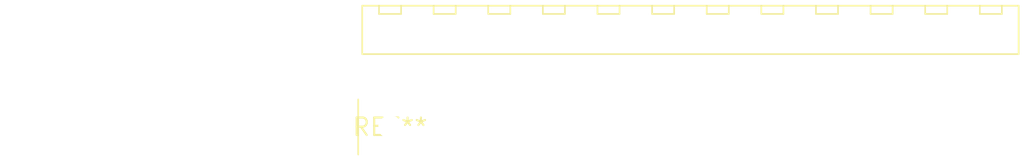
<source format=kicad_pcb>
(kicad_pcb (version 20240108) (generator pcbnew)
  (layers (0 "F.Cu" signal) (31 "B.Cu" signal) (34 "B.Paste" user) (35 "F.Paste" user) (36 "B.SilkS" user "B.Silkscreen") (37 "F.SilkS" user "F.Silkscreen") (38 "B.Mask" user) (39 "F.Mask" user) (44 "Edge.Cuts" user))
  (net 0 "")
  (footprint "Molex_KK-396_A-41792-0012_1x12_P3.96mm_Horizontal" (layer "F.Cu") (at 0 0)
    (property "Reference" "REF**")
    (property "Value" "Molex_KK-396_A-41792-0012_1x12_P3.96mm_Horizontal")
    (fp_line (start -2.305 -2) (end -2.305 2) (layer "F.SilkS") (stroke (width 0.12)))
    (fp_line (start -2.015 -8.82) (end 45.575 -8.82) (layer "F.SilkS") (stroke (width 0.12)))
    (fp_line (start -2.015 -5.3) (end -2.015 -8.82) (layer "F.SilkS") (stroke (width 0.12)))
    (fp_line (start -0.8 -8.82) (end -0.8 -8.22) (layer "F.SilkS") (stroke (width 0.12)))
    (fp_line (start -0.8 -8.22) (end 0.8 -8.22) (layer "F.SilkS") (stroke (width 0.12)))
    (fp_line (start 0.8 -8.22) (end 0.8 -8.82) (layer "F.SilkS") (stroke (width 0.12)))
    (fp_line (start 3.16 -8.82) (end 3.16 -8.22) (layer "F.SilkS") (stroke (width 0.12)))
    (fp_line (start 3.16 -8.22) (end 4.76 -8.22) (layer "F.SilkS") (stroke (width 0.12)))
    (fp_line (start 4.76 -8.22) (end 4.76 -8.82) (layer "F.SilkS") (stroke (width 0.12)))
    (fp_line (start 7.12 -8.82) (end 7.12 -8.22) (layer "F.SilkS") (stroke (width 0.12)))
    (fp_line (start 7.12 -8.22) (end 8.72 -8.22) (layer "F.SilkS") (stroke (width 0.12)))
    (fp_line (start 8.72 -8.22) (end 8.72 -8.82) (layer "F.SilkS") (stroke (width 0.12)))
    (fp_line (start 11.08 -8.82) (end 11.08 -8.22) (layer "F.SilkS") (stroke (width 0.12)))
    (fp_line (start 11.08 -8.22) (end 12.68 -8.22) (layer "F.SilkS") (stroke (width 0.12)))
    (fp_line (start 12.68 -8.22) (end 12.68 -8.82) (layer "F.SilkS") (stroke (width 0.12)))
    (fp_line (start 15.04 -8.82) (end 15.04 -8.22) (layer "F.SilkS") (stroke (width 0.12)))
    (fp_line (start 15.04 -8.22) (end 16.64 -8.22) (layer "F.SilkS") (stroke (width 0.12)))
    (fp_line (start 16.64 -8.22) (end 16.64 -8.82) (layer "F.SilkS") (stroke (width 0.12)))
    (fp_line (start 19 -8.82) (end 19 -8.22) (layer "F.SilkS") (stroke (width 0.12)))
    (fp_line (start 19 -8.22) (end 20.6 -8.22) (layer "F.SilkS") (stroke (width 0.12)))
    (fp_line (start 20.6 -8.22) (end 20.6 -8.82) (layer "F.SilkS") (stroke (width 0.12)))
    (fp_line (start 22.96 -8.82) (end 22.96 -8.22) (layer "F.SilkS") (stroke (width 0.12)))
    (fp_line (start 22.96 -8.22) (end 24.56 -8.22) (layer "F.SilkS") (stroke (width 0.12)))
    (fp_line (start 24.56 -8.22) (end 24.56 -8.82) (layer "F.SilkS") (stroke (width 0.12)))
    (fp_line (start 26.92 -8.82) (end 26.92 -8.22) (layer "F.SilkS") (stroke (width 0.12)))
    (fp_line (start 26.92 -8.22) (end 28.52 -8.22) (layer "F.SilkS") (stroke (width 0.12)))
    (fp_line (start 28.52 -8.22) (end 28.52 -8.82) (layer "F.SilkS") (stroke (width 0.12)))
    (fp_line (start 30.88 -8.82) (end 30.88 -8.22) (layer "F.SilkS") (stroke (width 0.12)))
    (fp_line (start 30.88 -8.22) (end 32.48 -8.22) (layer "F.SilkS") (stroke (width 0.12)))
    (fp_line (start 32.48 -8.22) (end 32.48 -8.82) (layer "F.SilkS") (stroke (width 0.12)))
    (fp_line (start 34.84 -8.82) (end 34.84 -8.22) (layer "F.SilkS") (stroke (width 0.12)))
    (fp_line (start 34.84 -8.22) (end 36.44 -8.22) (layer "F.SilkS") (stroke (width 0.12)))
    (fp_line (start 36.44 -8.22) (end 36.44 -8.82) (layer "F.SilkS") (stroke (width 0.12)))
    (fp_line (start 38.8 -8.82) (end 38.8 -8.22) (layer "F.SilkS") (stroke (width 0.12)))
    (fp_line (start 38.8 -8.22) (end 40.4 -8.22) (layer "F.SilkS") (stroke (width 0.12)))
    (fp_line (start 40.4 -8.22) (end 40.4 -8.82) (layer "F.SilkS") (stroke (width 0.12)))
    (fp_line (start 42.76 -8.82) (end 42.76 -8.22) (layer "F.SilkS") (stroke (width 0.12)))
    (fp_line (start 42.76 -8.22) (end 44.36 -8.22) (layer "F.SilkS") (stroke (width 0.12)))
    (fp_line (start 44.36 -8.22) (end 44.36 -8.82) (layer "F.SilkS") (stroke (width 0.12)))
    (fp_line (start 45.575 -8.82) (end 45.575 -5.3) (layer "F.SilkS") (stroke (width 0.12)))
    (fp_line (start 45.575 -5.3) (end -2.015 -5.3) (layer "F.SilkS") (stroke (width 0.12)))
    (pad "1" thru_hole roundrect (at 0 0) (size 3.16 4.1) (drill 1.7) (layers *.Cu *.Mask) (remove_unused_layers) (roundrect_rratio 0.079114))
    (pad "2" thru_hole oval (at 3.96 0) (size 3.16 4.1) (drill 1.7) (layers *.Cu *.Mask) (remove_unused_layers))
    (pad "3" thru_hole oval (at 7.92 0) (size 3.16 4.1) (drill 1.7) (layers *.Cu *.Mask) (remove_unused_layers))
    (pad "4" thru_hole oval (at 11.88 0) (size 3.16 4.1) (drill 1.7) (layers *.Cu *.Mask) (remove_unused_layers))
    (pad "5" thru_hole oval (at 15.84 0) (size 3.16 4.1) (drill 1.7) (layers *.Cu *.Mask) (remove_unused_layers))
    (pad "6" thru_hole oval (at 19.8 0) (size 3.16 4.1) (drill 1.7) (layers *.Cu *.Mask) (remove_unused_layers))
    (pad "7" thru_hole oval (at 23.76 0) (size 3.16 4.1) (drill 1.7) (layers *.Cu *.Mask) (remove_unused_layers))
    (pad "8" thru_hole oval (at 27.72 0) (size 3.16 4.1) (drill 1.7) (layers *.Cu *.Mask) (remove_unused_layers))
    (pad "9" thru_hole oval (at 31.68 0) (size 3.16 4.1) (drill 1.7) (layers *.Cu *.Mask) (remove_unused_layers))
    (pad "10" thru_hole oval (at 35.64 0) (size 3.16 4.1) (drill 1.7) (layers *.Cu *.Mask) (remove_unused_layers))
    (pad "11" thru_hole oval (at 39.6 0) (size 3.16 4.1) (drill 1.7) (layers *.Cu *.Mask) (remove_unused_layers))
    (pad "12" thru_hole oval (at 43.56 0) (size 3.16 4.1) (drill 1.7) (layers *.Cu *.Mask) (remove_unused_layers))
  )
)
</source>
